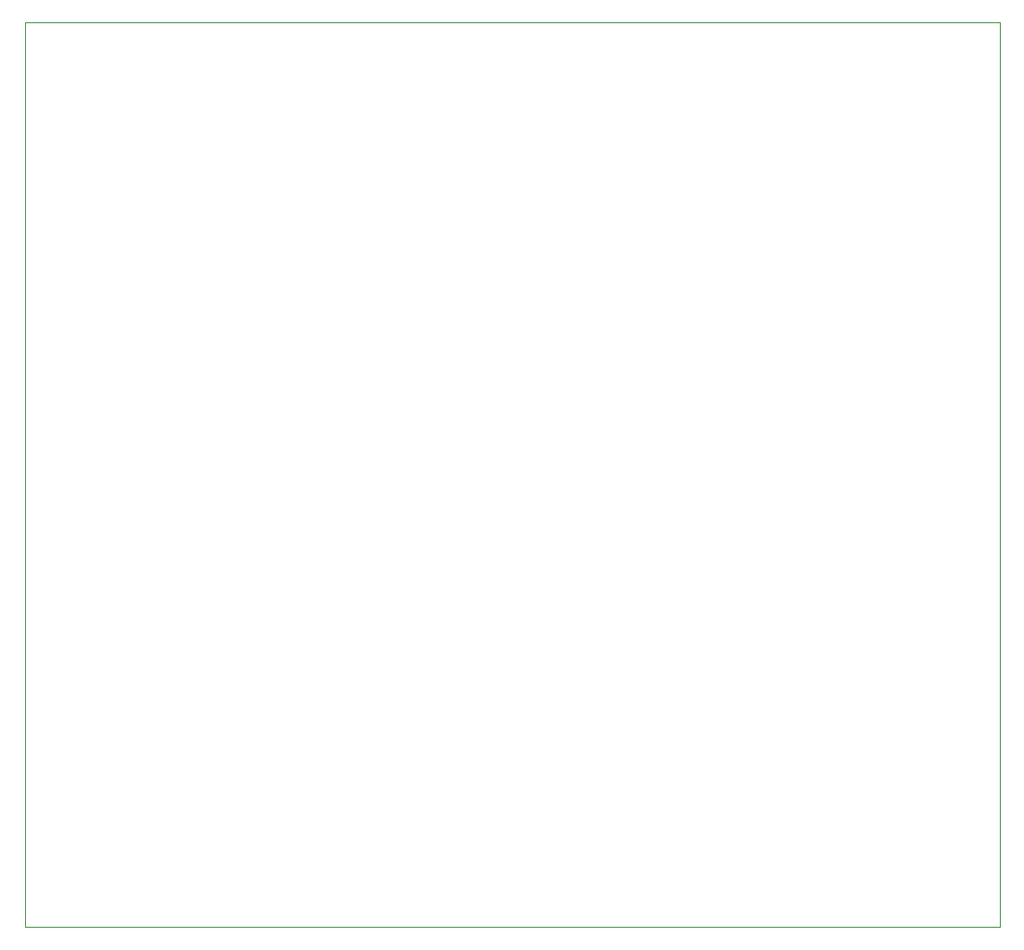
<source format=gbr>
%TF.GenerationSoftware,KiCad,Pcbnew,9.0.0*%
%TF.CreationDate,2025-10-06T20:22:34+02:00*%
%TF.ProjectId,stm32_radio,73746d33-325f-4726-9164-696f2e6b6963,rev?*%
%TF.SameCoordinates,Original*%
%TF.FileFunction,Profile,NP*%
%FSLAX46Y46*%
G04 Gerber Fmt 4.6, Leading zero omitted, Abs format (unit mm)*
G04 Created by KiCad (PCBNEW 9.0.0) date 2025-10-06 20:22:34*
%MOMM*%
%LPD*%
G01*
G04 APERTURE LIST*
%TA.AperFunction,Profile*%
%ADD10C,0.050000*%
%TD*%
G04 APERTURE END LIST*
D10*
X203200000Y-133350000D02*
X203200000Y-50800000D01*
X114300000Y-50800000D02*
X114300000Y-133350000D01*
X114300000Y-133350000D02*
X203200000Y-133350000D01*
X203200000Y-50800000D02*
X114300000Y-50800000D01*
M02*

</source>
